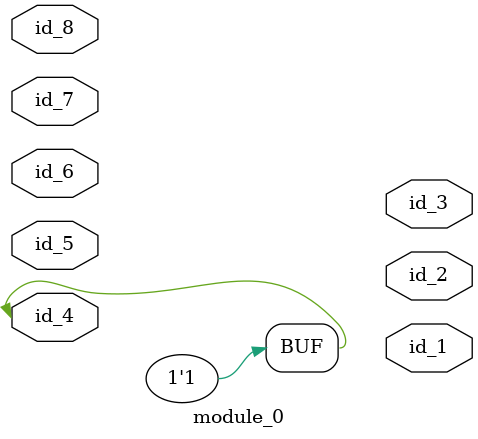
<source format=v>
module module_0 (
    id_1,
    id_2,
    id_3,
    id_4,
    id_5,
    id_6,
    id_7,
    id_8
);
  input id_8;
  inout id_7;
  input id_6;
  inout id_5;
  inout id_4;
  output id_3;
  output id_2;
  output id_1;
  assign id_4 = 1;
endmodule

</source>
